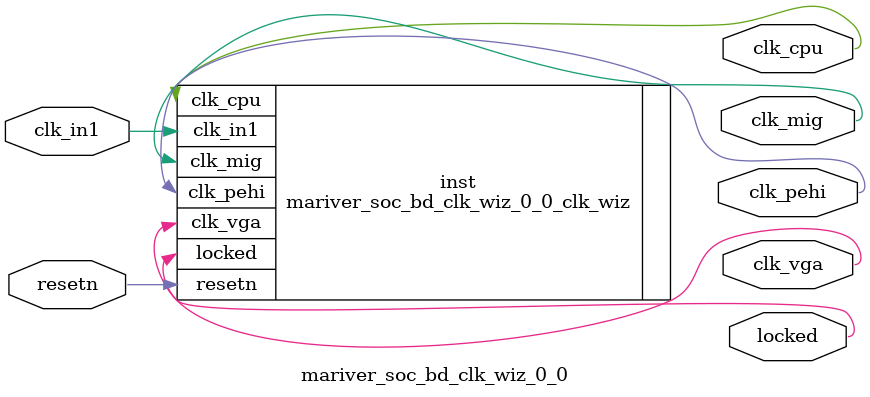
<source format=v>


`timescale 1ps/1ps

(* CORE_GENERATION_INFO = "mariver_soc_bd_clk_wiz_0_0,clk_wiz_v6_0_4_0_0,{component_name=mariver_soc_bd_clk_wiz_0_0,use_phase_alignment=true,use_min_o_jitter=false,use_max_i_jitter=false,use_dyn_phase_shift=false,use_inclk_switchover=false,use_dyn_reconfig=false,enable_axi=0,feedback_source=FDBK_AUTO,PRIMITIVE=PLL,num_out_clk=4,clkin1_period=10.000,clkin2_period=10.000,use_power_down=false,use_reset=true,use_locked=true,use_inclk_stopped=false,feedback_type=SINGLE,CLOCK_MGR_TYPE=NA,manual_override=false}" *)

module mariver_soc_bd_clk_wiz_0_0 
 (
  // Clock out ports
  output        clk_cpu,
  output        clk_mig,
  output        clk_pehi,
  output        clk_vga,
  // Status and control signals
  input         resetn,
  output        locked,
 // Clock in ports
  input         clk_in1
 );

  mariver_soc_bd_clk_wiz_0_0_clk_wiz inst
  (
  // Clock out ports  
  .clk_cpu(clk_cpu),
  .clk_mig(clk_mig),
  .clk_pehi(clk_pehi),
  .clk_vga(clk_vga),
  // Status and control signals               
  .resetn(resetn), 
  .locked(locked),
 // Clock in ports
  .clk_in1(clk_in1)
  );

endmodule

</source>
